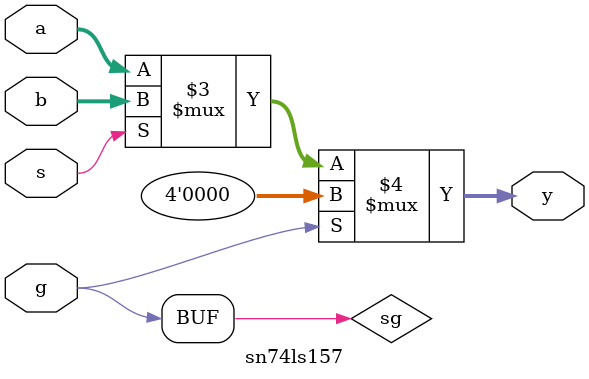
<source format=v>
module sn74ls157(y, a, b, s, g);
input [3:0] a, b;
input s, g;
output [3:0] y;

parameter
	// TI TTL data book Vol 1, 1985
	tPLH_min=0, tPLH_typ=13, tPLH_max=20, // worst case
	tPHL_min=0, tPHL_typ=18, tPHL_max=27;

	assign sg = {s, g};

	assign #(tPLH_min:tPLH_typ:tPLH_max, tPHL_min:tPHL_typ:tPHL_max)
		y = (g==1'b1 ? 4'b0000 : 
		     (s=='b0 ? a : b));

endmodule

</source>
